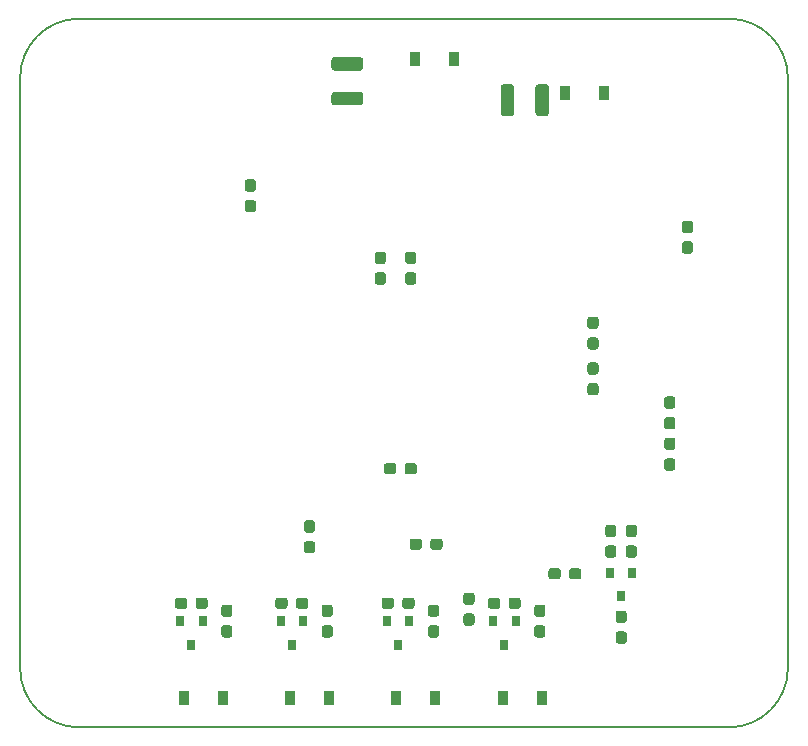
<source format=gbr>
%TF.GenerationSoftware,KiCad,Pcbnew,(5.1.9)-1*%
%TF.CreationDate,2021-06-08T16:49:57+02:00*%
%TF.ProjectId,19_WIFI_Generic,31395f57-4946-4495-9f47-656e65726963,rev?*%
%TF.SameCoordinates,Original*%
%TF.FileFunction,Paste,Bot*%
%TF.FilePolarity,Positive*%
%FSLAX46Y46*%
G04 Gerber Fmt 4.6, Leading zero omitted, Abs format (unit mm)*
G04 Created by KiCad (PCBNEW (5.1.9)-1) date 2021-06-08 16:49:57*
%MOMM*%
%LPD*%
G01*
G04 APERTURE LIST*
%TA.AperFunction,Profile*%
%ADD10C,0.150000*%
%TD*%
%ADD11R,0.800000X0.900000*%
%ADD12R,0.900000X1.200000*%
G04 APERTURE END LIST*
D10*
X175000000Y-80000000D02*
G75*
G02*
X180000000Y-85000000I0J-5000000D01*
G01*
X180000000Y-135000000D02*
G75*
G02*
X175000000Y-140000000I-5000000J0D01*
G01*
X120000000Y-140000000D02*
G75*
G02*
X115000000Y-135000000I0J5000000D01*
G01*
X115000000Y-85000000D02*
G75*
G02*
X120000000Y-80000000I5000000J0D01*
G01*
X115000000Y-135000000D02*
X115000000Y-85000000D01*
X175000000Y-140000000D02*
X120000000Y-140000000D01*
X180000000Y-85000000D02*
X180000000Y-135000000D01*
X120000000Y-80000000D02*
X175000000Y-80000000D01*
%TO.C,R7*%
G36*
G01*
X145262500Y-101475000D02*
X145737500Y-101475000D01*
G75*
G02*
X145975000Y-101712500I0J-237500D01*
G01*
X145975000Y-102287500D01*
G75*
G02*
X145737500Y-102525000I-237500J0D01*
G01*
X145262500Y-102525000D01*
G75*
G02*
X145025000Y-102287500I0J237500D01*
G01*
X145025000Y-101712500D01*
G75*
G02*
X145262500Y-101475000I237500J0D01*
G01*
G37*
G36*
G01*
X145262500Y-99725000D02*
X145737500Y-99725000D01*
G75*
G02*
X145975000Y-99962500I0J-237500D01*
G01*
X145975000Y-100537500D01*
G75*
G02*
X145737500Y-100775000I-237500J0D01*
G01*
X145262500Y-100775000D01*
G75*
G02*
X145025000Y-100537500I0J237500D01*
G01*
X145025000Y-99962500D01*
G75*
G02*
X145262500Y-99725000I237500J0D01*
G01*
G37*
%TD*%
%TO.C,R6*%
G36*
G01*
X147829500Y-101475000D02*
X148304500Y-101475000D01*
G75*
G02*
X148542000Y-101712500I0J-237500D01*
G01*
X148542000Y-102287500D01*
G75*
G02*
X148304500Y-102525000I-237500J0D01*
G01*
X147829500Y-102525000D01*
G75*
G02*
X147592000Y-102287500I0J237500D01*
G01*
X147592000Y-101712500D01*
G75*
G02*
X147829500Y-101475000I237500J0D01*
G01*
G37*
G36*
G01*
X147829500Y-99725000D02*
X148304500Y-99725000D01*
G75*
G02*
X148542000Y-99962500I0J-237500D01*
G01*
X148542000Y-100537500D01*
G75*
G02*
X148304500Y-100775000I-237500J0D01*
G01*
X147829500Y-100775000D01*
G75*
G02*
X147592000Y-100537500I0J237500D01*
G01*
X147592000Y-99962500D01*
G75*
G02*
X147829500Y-99725000I237500J0D01*
G01*
G37*
%TD*%
%TO.C,R2*%
G36*
G01*
X169762500Y-113725000D02*
X170237500Y-113725000D01*
G75*
G02*
X170475000Y-113962500I0J-237500D01*
G01*
X170475000Y-114537500D01*
G75*
G02*
X170237500Y-114775000I-237500J0D01*
G01*
X169762500Y-114775000D01*
G75*
G02*
X169525000Y-114537500I0J237500D01*
G01*
X169525000Y-113962500D01*
G75*
G02*
X169762500Y-113725000I237500J0D01*
G01*
G37*
G36*
G01*
X169762500Y-111975000D02*
X170237500Y-111975000D01*
G75*
G02*
X170475000Y-112212500I0J-237500D01*
G01*
X170475000Y-112787500D01*
G75*
G02*
X170237500Y-113025000I-237500J0D01*
G01*
X169762500Y-113025000D01*
G75*
G02*
X169525000Y-112787500I0J237500D01*
G01*
X169525000Y-112212500D01*
G75*
G02*
X169762500Y-111975000I237500J0D01*
G01*
G37*
%TD*%
D11*
%TO.C,Q1*%
X165892000Y-128894000D03*
X166842000Y-126894000D03*
X164942000Y-126894000D03*
%TD*%
%TO.C,R13*%
G36*
G01*
X171262500Y-98850000D02*
X171737500Y-98850000D01*
G75*
G02*
X171975000Y-99087500I0J-237500D01*
G01*
X171975000Y-99662500D01*
G75*
G02*
X171737500Y-99900000I-237500J0D01*
G01*
X171262500Y-99900000D01*
G75*
G02*
X171025000Y-99662500I0J237500D01*
G01*
X171025000Y-99087500D01*
G75*
G02*
X171262500Y-98850000I237500J0D01*
G01*
G37*
G36*
G01*
X171262500Y-97100000D02*
X171737500Y-97100000D01*
G75*
G02*
X171975000Y-97337500I0J-237500D01*
G01*
X171975000Y-97912500D01*
G75*
G02*
X171737500Y-98150000I-237500J0D01*
G01*
X171262500Y-98150000D01*
G75*
G02*
X171025000Y-97912500I0J237500D01*
G01*
X171025000Y-97337500D01*
G75*
G02*
X171262500Y-97100000I237500J0D01*
G01*
G37*
%TD*%
%TO.C,R1*%
G36*
G01*
X169762500Y-117225000D02*
X170237500Y-117225000D01*
G75*
G02*
X170475000Y-117462500I0J-237500D01*
G01*
X170475000Y-118037500D01*
G75*
G02*
X170237500Y-118275000I-237500J0D01*
G01*
X169762500Y-118275000D01*
G75*
G02*
X169525000Y-118037500I0J237500D01*
G01*
X169525000Y-117462500D01*
G75*
G02*
X169762500Y-117225000I237500J0D01*
G01*
G37*
G36*
G01*
X169762500Y-115475000D02*
X170237500Y-115475000D01*
G75*
G02*
X170475000Y-115712500I0J-237500D01*
G01*
X170475000Y-116287500D01*
G75*
G02*
X170237500Y-116525000I-237500J0D01*
G01*
X169762500Y-116525000D01*
G75*
G02*
X169525000Y-116287500I0J237500D01*
G01*
X169525000Y-115712500D01*
G75*
G02*
X169762500Y-115475000I237500J0D01*
G01*
G37*
%TD*%
%TO.C,R14*%
G36*
G01*
X165654500Y-131869000D02*
X166129500Y-131869000D01*
G75*
G02*
X166367000Y-132106500I0J-237500D01*
G01*
X166367000Y-132681500D01*
G75*
G02*
X166129500Y-132919000I-237500J0D01*
G01*
X165654500Y-132919000D01*
G75*
G02*
X165417000Y-132681500I0J237500D01*
G01*
X165417000Y-132106500D01*
G75*
G02*
X165654500Y-131869000I237500J0D01*
G01*
G37*
G36*
G01*
X165654500Y-130119000D02*
X166129500Y-130119000D01*
G75*
G02*
X166367000Y-130356500I0J-237500D01*
G01*
X166367000Y-130931500D01*
G75*
G02*
X166129500Y-131169000I-237500J0D01*
G01*
X165654500Y-131169000D01*
G75*
G02*
X165417000Y-130931500I0J237500D01*
G01*
X165417000Y-130356500D01*
G75*
G02*
X165654500Y-130119000I237500J0D01*
G01*
G37*
%TD*%
%TO.C,R15*%
G36*
G01*
X164762500Y-124600000D02*
X165237500Y-124600000D01*
G75*
G02*
X165475000Y-124837500I0J-237500D01*
G01*
X165475000Y-125412500D01*
G75*
G02*
X165237500Y-125650000I-237500J0D01*
G01*
X164762500Y-125650000D01*
G75*
G02*
X164525000Y-125412500I0J237500D01*
G01*
X164525000Y-124837500D01*
G75*
G02*
X164762500Y-124600000I237500J0D01*
G01*
G37*
G36*
G01*
X164762500Y-122850000D02*
X165237500Y-122850000D01*
G75*
G02*
X165475000Y-123087500I0J-237500D01*
G01*
X165475000Y-123662500D01*
G75*
G02*
X165237500Y-123900000I-237500J0D01*
G01*
X164762500Y-123900000D01*
G75*
G02*
X164525000Y-123662500I0J237500D01*
G01*
X164525000Y-123087500D01*
G75*
G02*
X164762500Y-122850000I237500J0D01*
G01*
G37*
%TD*%
%TO.C,R16*%
G36*
G01*
X166987500Y-123900000D02*
X166512500Y-123900000D01*
G75*
G02*
X166275000Y-123662500I0J237500D01*
G01*
X166275000Y-123087500D01*
G75*
G02*
X166512500Y-122850000I237500J0D01*
G01*
X166987500Y-122850000D01*
G75*
G02*
X167225000Y-123087500I0J-237500D01*
G01*
X167225000Y-123662500D01*
G75*
G02*
X166987500Y-123900000I-237500J0D01*
G01*
G37*
G36*
G01*
X166987500Y-125650000D02*
X166512500Y-125650000D01*
G75*
G02*
X166275000Y-125412500I0J237500D01*
G01*
X166275000Y-124837500D01*
G75*
G02*
X166512500Y-124600000I237500J0D01*
G01*
X166987500Y-124600000D01*
G75*
G02*
X167225000Y-124837500I0J-237500D01*
G01*
X167225000Y-125412500D01*
G75*
G02*
X166987500Y-125650000I-237500J0D01*
G01*
G37*
%TD*%
%TO.C,R10*%
G36*
G01*
X134262500Y-93600000D02*
X134737500Y-93600000D01*
G75*
G02*
X134975000Y-93837500I0J-237500D01*
G01*
X134975000Y-94412500D01*
G75*
G02*
X134737500Y-94650000I-237500J0D01*
G01*
X134262500Y-94650000D01*
G75*
G02*
X134025000Y-94412500I0J237500D01*
G01*
X134025000Y-93837500D01*
G75*
G02*
X134262500Y-93600000I237500J0D01*
G01*
G37*
G36*
G01*
X134262500Y-95350000D02*
X134737500Y-95350000D01*
G75*
G02*
X134975000Y-95587500I0J-237500D01*
G01*
X134975000Y-96162500D01*
G75*
G02*
X134737500Y-96400000I-237500J0D01*
G01*
X134262500Y-96400000D01*
G75*
G02*
X134025000Y-96162500I0J237500D01*
G01*
X134025000Y-95587500D01*
G75*
G02*
X134262500Y-95350000I237500J0D01*
G01*
G37*
%TD*%
D12*
%TO.C,D1*%
X128850000Y-137500000D03*
X132150000Y-137500000D03*
%TD*%
%TO.C,D2*%
X141150000Y-137500000D03*
X137850000Y-137500000D03*
%TD*%
%TO.C,D3*%
X146850000Y-137500000D03*
X150150000Y-137500000D03*
%TD*%
%TO.C,D4*%
X159150000Y-137500000D03*
X155850000Y-137500000D03*
%TD*%
D11*
%TO.C,Q2*%
X129500000Y-133000000D03*
X130450000Y-131000000D03*
X128550000Y-131000000D03*
%TD*%
%TO.C,Q3*%
X137050000Y-131000000D03*
X138950000Y-131000000D03*
X138000000Y-133000000D03*
%TD*%
%TO.C,Q4*%
X147000000Y-133000000D03*
X147950000Y-131000000D03*
X146050000Y-131000000D03*
%TD*%
%TO.C,Q5*%
X155050000Y-131000000D03*
X156950000Y-131000000D03*
X156000000Y-133000000D03*
%TD*%
%TO.C,R3*%
G36*
G01*
X139262500Y-122475000D02*
X139737500Y-122475000D01*
G75*
G02*
X139975000Y-122712500I0J-237500D01*
G01*
X139975000Y-123287500D01*
G75*
G02*
X139737500Y-123525000I-237500J0D01*
G01*
X139262500Y-123525000D01*
G75*
G02*
X139025000Y-123287500I0J237500D01*
G01*
X139025000Y-122712500D01*
G75*
G02*
X139262500Y-122475000I237500J0D01*
G01*
G37*
G36*
G01*
X139262500Y-124225000D02*
X139737500Y-124225000D01*
G75*
G02*
X139975000Y-124462500I0J-237500D01*
G01*
X139975000Y-125037500D01*
G75*
G02*
X139737500Y-125275000I-237500J0D01*
G01*
X139262500Y-125275000D01*
G75*
G02*
X139025000Y-125037500I0J237500D01*
G01*
X139025000Y-124462500D01*
G75*
G02*
X139262500Y-124225000I237500J0D01*
G01*
G37*
%TD*%
%TO.C,R4*%
G36*
G01*
X163737500Y-111900000D02*
X163262500Y-111900000D01*
G75*
G02*
X163025000Y-111662500I0J237500D01*
G01*
X163025000Y-111087500D01*
G75*
G02*
X163262500Y-110850000I237500J0D01*
G01*
X163737500Y-110850000D01*
G75*
G02*
X163975000Y-111087500I0J-237500D01*
G01*
X163975000Y-111662500D01*
G75*
G02*
X163737500Y-111900000I-237500J0D01*
G01*
G37*
G36*
G01*
X163737500Y-110150000D02*
X163262500Y-110150000D01*
G75*
G02*
X163025000Y-109912500I0J237500D01*
G01*
X163025000Y-109337500D01*
G75*
G02*
X163262500Y-109100000I237500J0D01*
G01*
X163737500Y-109100000D01*
G75*
G02*
X163975000Y-109337500I0J-237500D01*
G01*
X163975000Y-109912500D01*
G75*
G02*
X163737500Y-110150000I-237500J0D01*
G01*
G37*
%TD*%
%TO.C,R5*%
G36*
G01*
X163737500Y-106275000D02*
X163262500Y-106275000D01*
G75*
G02*
X163025000Y-106037500I0J237500D01*
G01*
X163025000Y-105462500D01*
G75*
G02*
X163262500Y-105225000I237500J0D01*
G01*
X163737500Y-105225000D01*
G75*
G02*
X163975000Y-105462500I0J-237500D01*
G01*
X163975000Y-106037500D01*
G75*
G02*
X163737500Y-106275000I-237500J0D01*
G01*
G37*
G36*
G01*
X163737500Y-108025000D02*
X163262500Y-108025000D01*
G75*
G02*
X163025000Y-107787500I0J237500D01*
G01*
X163025000Y-107212500D01*
G75*
G02*
X163262500Y-106975000I237500J0D01*
G01*
X163737500Y-106975000D01*
G75*
G02*
X163975000Y-107212500I0J-237500D01*
G01*
X163975000Y-107787500D01*
G75*
G02*
X163737500Y-108025000I-237500J0D01*
G01*
G37*
%TD*%
%TO.C,R17*%
G36*
G01*
X146850000Y-117862500D02*
X146850000Y-118337500D01*
G75*
G02*
X146612500Y-118575000I-237500J0D01*
G01*
X146037500Y-118575000D01*
G75*
G02*
X145800000Y-118337500I0J237500D01*
G01*
X145800000Y-117862500D01*
G75*
G02*
X146037500Y-117625000I237500J0D01*
G01*
X146612500Y-117625000D01*
G75*
G02*
X146850000Y-117862500I0J-237500D01*
G01*
G37*
G36*
G01*
X148600000Y-117862500D02*
X148600000Y-118337500D01*
G75*
G02*
X148362500Y-118575000I-237500J0D01*
G01*
X147787500Y-118575000D01*
G75*
G02*
X147550000Y-118337500I0J237500D01*
G01*
X147550000Y-117862500D01*
G75*
G02*
X147787500Y-117625000I237500J0D01*
G01*
X148362500Y-117625000D01*
G75*
G02*
X148600000Y-117862500I0J-237500D01*
G01*
G37*
%TD*%
%TO.C,R18*%
G36*
G01*
X129150000Y-129262500D02*
X129150000Y-129737500D01*
G75*
G02*
X128912500Y-129975000I-237500J0D01*
G01*
X128337500Y-129975000D01*
G75*
G02*
X128100000Y-129737500I0J237500D01*
G01*
X128100000Y-129262500D01*
G75*
G02*
X128337500Y-129025000I237500J0D01*
G01*
X128912500Y-129025000D01*
G75*
G02*
X129150000Y-129262500I0J-237500D01*
G01*
G37*
G36*
G01*
X130900000Y-129262500D02*
X130900000Y-129737500D01*
G75*
G02*
X130662500Y-129975000I-237500J0D01*
G01*
X130087500Y-129975000D01*
G75*
G02*
X129850000Y-129737500I0J237500D01*
G01*
X129850000Y-129262500D01*
G75*
G02*
X130087500Y-129025000I237500J0D01*
G01*
X130662500Y-129025000D01*
G75*
G02*
X130900000Y-129262500I0J-237500D01*
G01*
G37*
%TD*%
%TO.C,R19*%
G36*
G01*
X150775000Y-124262500D02*
X150775000Y-124737500D01*
G75*
G02*
X150537500Y-124975000I-237500J0D01*
G01*
X149962500Y-124975000D01*
G75*
G02*
X149725000Y-124737500I0J237500D01*
G01*
X149725000Y-124262500D01*
G75*
G02*
X149962500Y-124025000I237500J0D01*
G01*
X150537500Y-124025000D01*
G75*
G02*
X150775000Y-124262500I0J-237500D01*
G01*
G37*
G36*
G01*
X149025000Y-124262500D02*
X149025000Y-124737500D01*
G75*
G02*
X148787500Y-124975000I-237500J0D01*
G01*
X148212500Y-124975000D01*
G75*
G02*
X147975000Y-124737500I0J237500D01*
G01*
X147975000Y-124262500D01*
G75*
G02*
X148212500Y-124025000I237500J0D01*
G01*
X148787500Y-124025000D01*
G75*
G02*
X149025000Y-124262500I0J-237500D01*
G01*
G37*
%TD*%
%TO.C,R20*%
G36*
G01*
X137650000Y-129262500D02*
X137650000Y-129737500D01*
G75*
G02*
X137412500Y-129975000I-237500J0D01*
G01*
X136837500Y-129975000D01*
G75*
G02*
X136600000Y-129737500I0J237500D01*
G01*
X136600000Y-129262500D01*
G75*
G02*
X136837500Y-129025000I237500J0D01*
G01*
X137412500Y-129025000D01*
G75*
G02*
X137650000Y-129262500I0J-237500D01*
G01*
G37*
G36*
G01*
X139400000Y-129262500D02*
X139400000Y-129737500D01*
G75*
G02*
X139162500Y-129975000I-237500J0D01*
G01*
X138587500Y-129975000D01*
G75*
G02*
X138350000Y-129737500I0J237500D01*
G01*
X138350000Y-129262500D01*
G75*
G02*
X138587500Y-129025000I237500J0D01*
G01*
X139162500Y-129025000D01*
G75*
G02*
X139400000Y-129262500I0J-237500D01*
G01*
G37*
%TD*%
%TO.C,R21*%
G36*
G01*
X152762500Y-130350000D02*
X153237500Y-130350000D01*
G75*
G02*
X153475000Y-130587500I0J-237500D01*
G01*
X153475000Y-131162500D01*
G75*
G02*
X153237500Y-131400000I-237500J0D01*
G01*
X152762500Y-131400000D01*
G75*
G02*
X152525000Y-131162500I0J237500D01*
G01*
X152525000Y-130587500D01*
G75*
G02*
X152762500Y-130350000I237500J0D01*
G01*
G37*
G36*
G01*
X152762500Y-128600000D02*
X153237500Y-128600000D01*
G75*
G02*
X153475000Y-128837500I0J-237500D01*
G01*
X153475000Y-129412500D01*
G75*
G02*
X153237500Y-129650000I-237500J0D01*
G01*
X152762500Y-129650000D01*
G75*
G02*
X152525000Y-129412500I0J237500D01*
G01*
X152525000Y-128837500D01*
G75*
G02*
X152762500Y-128600000I237500J0D01*
G01*
G37*
%TD*%
%TO.C,R22*%
G36*
G01*
X146650000Y-129262500D02*
X146650000Y-129737500D01*
G75*
G02*
X146412500Y-129975000I-237500J0D01*
G01*
X145837500Y-129975000D01*
G75*
G02*
X145600000Y-129737500I0J237500D01*
G01*
X145600000Y-129262500D01*
G75*
G02*
X145837500Y-129025000I237500J0D01*
G01*
X146412500Y-129025000D01*
G75*
G02*
X146650000Y-129262500I0J-237500D01*
G01*
G37*
G36*
G01*
X148400000Y-129262500D02*
X148400000Y-129737500D01*
G75*
G02*
X148162500Y-129975000I-237500J0D01*
G01*
X147587500Y-129975000D01*
G75*
G02*
X147350000Y-129737500I0J237500D01*
G01*
X147350000Y-129262500D01*
G75*
G02*
X147587500Y-129025000I237500J0D01*
G01*
X148162500Y-129025000D01*
G75*
G02*
X148400000Y-129262500I0J-237500D01*
G01*
G37*
%TD*%
%TO.C,R23*%
G36*
G01*
X159725000Y-127237500D02*
X159725000Y-126762500D01*
G75*
G02*
X159962500Y-126525000I237500J0D01*
G01*
X160537500Y-126525000D01*
G75*
G02*
X160775000Y-126762500I0J-237500D01*
G01*
X160775000Y-127237500D01*
G75*
G02*
X160537500Y-127475000I-237500J0D01*
G01*
X159962500Y-127475000D01*
G75*
G02*
X159725000Y-127237500I0J237500D01*
G01*
G37*
G36*
G01*
X161475000Y-127237500D02*
X161475000Y-126762500D01*
G75*
G02*
X161712500Y-126525000I237500J0D01*
G01*
X162287500Y-126525000D01*
G75*
G02*
X162525000Y-126762500I0J-237500D01*
G01*
X162525000Y-127237500D01*
G75*
G02*
X162287500Y-127475000I-237500J0D01*
G01*
X161712500Y-127475000D01*
G75*
G02*
X161475000Y-127237500I0J237500D01*
G01*
G37*
%TD*%
%TO.C,R24*%
G36*
G01*
X157400000Y-129262500D02*
X157400000Y-129737500D01*
G75*
G02*
X157162500Y-129975000I-237500J0D01*
G01*
X156587500Y-129975000D01*
G75*
G02*
X156350000Y-129737500I0J237500D01*
G01*
X156350000Y-129262500D01*
G75*
G02*
X156587500Y-129025000I237500J0D01*
G01*
X157162500Y-129025000D01*
G75*
G02*
X157400000Y-129262500I0J-237500D01*
G01*
G37*
G36*
G01*
X155650000Y-129262500D02*
X155650000Y-129737500D01*
G75*
G02*
X155412500Y-129975000I-237500J0D01*
G01*
X154837500Y-129975000D01*
G75*
G02*
X154600000Y-129737500I0J237500D01*
G01*
X154600000Y-129262500D01*
G75*
G02*
X154837500Y-129025000I237500J0D01*
G01*
X155412500Y-129025000D01*
G75*
G02*
X155650000Y-129262500I0J-237500D01*
G01*
G37*
%TD*%
%TO.C,R25*%
G36*
G01*
X132737500Y-132400000D02*
X132262500Y-132400000D01*
G75*
G02*
X132025000Y-132162500I0J237500D01*
G01*
X132025000Y-131587500D01*
G75*
G02*
X132262500Y-131350000I237500J0D01*
G01*
X132737500Y-131350000D01*
G75*
G02*
X132975000Y-131587500I0J-237500D01*
G01*
X132975000Y-132162500D01*
G75*
G02*
X132737500Y-132400000I-237500J0D01*
G01*
G37*
G36*
G01*
X132737500Y-130650000D02*
X132262500Y-130650000D01*
G75*
G02*
X132025000Y-130412500I0J237500D01*
G01*
X132025000Y-129837500D01*
G75*
G02*
X132262500Y-129600000I237500J0D01*
G01*
X132737500Y-129600000D01*
G75*
G02*
X132975000Y-129837500I0J-237500D01*
G01*
X132975000Y-130412500D01*
G75*
G02*
X132737500Y-130650000I-237500J0D01*
G01*
G37*
%TD*%
%TO.C,R26*%
G36*
G01*
X141237500Y-130650000D02*
X140762500Y-130650000D01*
G75*
G02*
X140525000Y-130412500I0J237500D01*
G01*
X140525000Y-129837500D01*
G75*
G02*
X140762500Y-129600000I237500J0D01*
G01*
X141237500Y-129600000D01*
G75*
G02*
X141475000Y-129837500I0J-237500D01*
G01*
X141475000Y-130412500D01*
G75*
G02*
X141237500Y-130650000I-237500J0D01*
G01*
G37*
G36*
G01*
X141237500Y-132400000D02*
X140762500Y-132400000D01*
G75*
G02*
X140525000Y-132162500I0J237500D01*
G01*
X140525000Y-131587500D01*
G75*
G02*
X140762500Y-131350000I237500J0D01*
G01*
X141237500Y-131350000D01*
G75*
G02*
X141475000Y-131587500I0J-237500D01*
G01*
X141475000Y-132162500D01*
G75*
G02*
X141237500Y-132400000I-237500J0D01*
G01*
G37*
%TD*%
%TO.C,R27*%
G36*
G01*
X150237500Y-132400000D02*
X149762500Y-132400000D01*
G75*
G02*
X149525000Y-132162500I0J237500D01*
G01*
X149525000Y-131587500D01*
G75*
G02*
X149762500Y-131350000I237500J0D01*
G01*
X150237500Y-131350000D01*
G75*
G02*
X150475000Y-131587500I0J-237500D01*
G01*
X150475000Y-132162500D01*
G75*
G02*
X150237500Y-132400000I-237500J0D01*
G01*
G37*
G36*
G01*
X150237500Y-130650000D02*
X149762500Y-130650000D01*
G75*
G02*
X149525000Y-130412500I0J237500D01*
G01*
X149525000Y-129837500D01*
G75*
G02*
X149762500Y-129600000I237500J0D01*
G01*
X150237500Y-129600000D01*
G75*
G02*
X150475000Y-129837500I0J-237500D01*
G01*
X150475000Y-130412500D01*
G75*
G02*
X150237500Y-130650000I-237500J0D01*
G01*
G37*
%TD*%
%TO.C,R28*%
G36*
G01*
X159237500Y-130650000D02*
X158762500Y-130650000D01*
G75*
G02*
X158525000Y-130412500I0J237500D01*
G01*
X158525000Y-129837500D01*
G75*
G02*
X158762500Y-129600000I237500J0D01*
G01*
X159237500Y-129600000D01*
G75*
G02*
X159475000Y-129837500I0J-237500D01*
G01*
X159475000Y-130412500D01*
G75*
G02*
X159237500Y-130650000I-237500J0D01*
G01*
G37*
G36*
G01*
X159237500Y-132400000D02*
X158762500Y-132400000D01*
G75*
G02*
X158525000Y-132162500I0J237500D01*
G01*
X158525000Y-131587500D01*
G75*
G02*
X158762500Y-131350000I237500J0D01*
G01*
X159237500Y-131350000D01*
G75*
G02*
X159475000Y-131587500I0J-237500D01*
G01*
X159475000Y-132162500D01*
G75*
G02*
X159237500Y-132400000I-237500J0D01*
G01*
G37*
%TD*%
%TO.C,C1*%
G36*
G01*
X159775000Y-85799999D02*
X159775000Y-88000001D01*
G75*
G02*
X159525001Y-88250000I-249999J0D01*
G01*
X158874999Y-88250000D01*
G75*
G02*
X158625000Y-88000001I0J249999D01*
G01*
X158625000Y-85799999D01*
G75*
G02*
X158874999Y-85550000I249999J0D01*
G01*
X159525001Y-85550000D01*
G75*
G02*
X159775000Y-85799999I0J-249999D01*
G01*
G37*
G36*
G01*
X156825000Y-85799999D02*
X156825000Y-88000001D01*
G75*
G02*
X156575001Y-88250000I-249999J0D01*
G01*
X155924999Y-88250000D01*
G75*
G02*
X155675000Y-88000001I0J249999D01*
G01*
X155675000Y-85799999D01*
G75*
G02*
X155924999Y-85550000I249999J0D01*
G01*
X156575001Y-85550000D01*
G75*
G02*
X156825000Y-85799999I0J-249999D01*
G01*
G37*
%TD*%
%TO.C,C2*%
G36*
G01*
X141599999Y-86200000D02*
X143800001Y-86200000D01*
G75*
G02*
X144050000Y-86449999I0J-249999D01*
G01*
X144050000Y-87100001D01*
G75*
G02*
X143800001Y-87350000I-249999J0D01*
G01*
X141599999Y-87350000D01*
G75*
G02*
X141350000Y-87100001I0J249999D01*
G01*
X141350000Y-86449999D01*
G75*
G02*
X141599999Y-86200000I249999J0D01*
G01*
G37*
G36*
G01*
X141599999Y-83250000D02*
X143800001Y-83250000D01*
G75*
G02*
X144050000Y-83499999I0J-249999D01*
G01*
X144050000Y-84150001D01*
G75*
G02*
X143800001Y-84400000I-249999J0D01*
G01*
X141599999Y-84400000D01*
G75*
G02*
X141350000Y-84150001I0J249999D01*
G01*
X141350000Y-83499999D01*
G75*
G02*
X141599999Y-83250000I249999J0D01*
G01*
G37*
%TD*%
D12*
%TO.C,D5*%
X164450000Y-86300000D03*
X161150000Y-86300000D03*
%TD*%
%TO.C,D6*%
X148450000Y-83400000D03*
X151750000Y-83400000D03*
%TD*%
M02*

</source>
